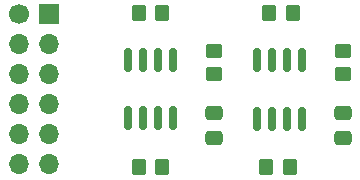
<source format=gts>
G04 #@! TF.GenerationSoftware,KiCad,Pcbnew,(6.0.1)*
G04 #@! TF.CreationDate,2024-05-17T17:22:04+02:00*
G04 #@! TF.ProjectId,pmod_memory_module,706d6f64-5f6d-4656-9d6f-72795f6d6f64,rev?*
G04 #@! TF.SameCoordinates,Original*
G04 #@! TF.FileFunction,Soldermask,Top*
G04 #@! TF.FilePolarity,Negative*
%FSLAX46Y46*%
G04 Gerber Fmt 4.6, Leading zero omitted, Abs format (unit mm)*
G04 Created by KiCad (PCBNEW (6.0.1)) date 2024-05-17 17:22:04*
%MOMM*%
%LPD*%
G01*
G04 APERTURE LIST*
G04 Aperture macros list*
%AMRoundRect*
0 Rectangle with rounded corners*
0 $1 Rounding radius*
0 $2 $3 $4 $5 $6 $7 $8 $9 X,Y pos of 4 corners*
0 Add a 4 corners polygon primitive as box body*
4,1,4,$2,$3,$4,$5,$6,$7,$8,$9,$2,$3,0*
0 Add four circle primitives for the rounded corners*
1,1,$1+$1,$2,$3*
1,1,$1+$1,$4,$5*
1,1,$1+$1,$6,$7*
1,1,$1+$1,$8,$9*
0 Add four rect primitives between the rounded corners*
20,1,$1+$1,$2,$3,$4,$5,0*
20,1,$1+$1,$4,$5,$6,$7,0*
20,1,$1+$1,$6,$7,$8,$9,0*
20,1,$1+$1,$8,$9,$2,$3,0*%
G04 Aperture macros list end*
%ADD10RoundRect,0.250000X0.450000X-0.350000X0.450000X0.350000X-0.450000X0.350000X-0.450000X-0.350000X0*%
%ADD11RoundRect,0.250000X0.350000X0.450000X-0.350000X0.450000X-0.350000X-0.450000X0.350000X-0.450000X0*%
%ADD12RoundRect,0.150000X-0.150000X0.825000X-0.150000X-0.825000X0.150000X-0.825000X0.150000X0.825000X0*%
%ADD13RoundRect,0.250000X-0.450000X0.350000X-0.450000X-0.350000X0.450000X-0.350000X0.450000X0.350000X0*%
%ADD14RoundRect,0.250000X-0.350000X-0.450000X0.350000X-0.450000X0.350000X0.450000X-0.350000X0.450000X0*%
%ADD15RoundRect,0.250000X-0.475000X0.337500X-0.475000X-0.337500X0.475000X-0.337500X0.475000X0.337500X0*%
%ADD16R,1.700000X1.700000*%
%ADD17O,1.700000X1.700000*%
%ADD18C,1.700000*%
G04 APERTURE END LIST*
D10*
X48514000Y-26654000D03*
X48514000Y-24654000D03*
D11*
X44307000Y-21463000D03*
X42307000Y-21463000D03*
D12*
X34163000Y-25449000D03*
X32893000Y-25449000D03*
X31623000Y-25449000D03*
X30353000Y-25449000D03*
X30353000Y-30399000D03*
X31623000Y-30399000D03*
X32893000Y-30399000D03*
X34163000Y-30399000D03*
D13*
X37592000Y-24654000D03*
X37592000Y-26654000D03*
D12*
X45085000Y-25465000D03*
X43815000Y-25465000D03*
X42545000Y-25465000D03*
X41275000Y-25465000D03*
X41275000Y-30415000D03*
X42545000Y-30415000D03*
X43815000Y-30415000D03*
X45085000Y-30415000D03*
D14*
X31258000Y-34544000D03*
X33258000Y-34544000D03*
X42037000Y-34544000D03*
X44037000Y-34544000D03*
D11*
X33258000Y-21463000D03*
X31258000Y-21463000D03*
D15*
X37592000Y-29950500D03*
X37592000Y-32025500D03*
X48514000Y-29950500D03*
X48514000Y-32025500D03*
D16*
X23618000Y-21590000D03*
D17*
X23618000Y-24130000D03*
X23618000Y-26670000D03*
X23618000Y-29210000D03*
X23618000Y-31750000D03*
X23618000Y-34290000D03*
D18*
X21078000Y-21590000D03*
D17*
X21078000Y-24130000D03*
X21078000Y-26670000D03*
X21078000Y-29210000D03*
X21078000Y-31750000D03*
X21078000Y-34290000D03*
M02*

</source>
